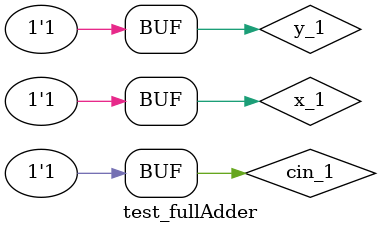
<source format=v>
module fullAdder(x, y, cin, cout, sum);
  input  x, y , cin;
  output cout, sum;
  wire w1, w2, w3;

  and(w1, x, y);
  and(w2, x, cin);
  and(w3, y, cin);
  xor(sum, x, y, cin);
  or(cout, w1, w2, w3);
endmodule

module test_fullAdder;

  reg x_1, y_1, cin_1;
  wire cout_1, sum_1;

  fullAdder fadder1(.x(x_1), .y(y_1), .cin(cin_1), .cout(cout_1), .sum(sum_1));
  initial begin
  $monitor("x=%b, y=%b, cin=%b => sum=%b, cout=%b ", x_1, y_1, cin_1, sum_1, cout_1);
  x_1=1'b0;y_1=1'b0;cin_1=1'b0;
  #10
  x_1=1'b0;y_1=1'b0;cin_1=1'b1;
  #10
  x_1=1'b0;y_1=1'b1;cin_1=1'b0;
  #10
  x_1=1'b0;y_1=1'b1;cin_1=1'b1;
  #10
  x_1=1'b1;y_1=1'b0;cin_1=1'b0;
  #10
  x_1=1'b1;y_1=1'b0;cin_1=1'b1;
  #10
  x_1=1'b1;y_1=1'b1;cin_1=1'b0;
  #10
  x_1=1'b1;y_1=1'b1;cin_1=1'b1;
  end
endmodule

</source>
